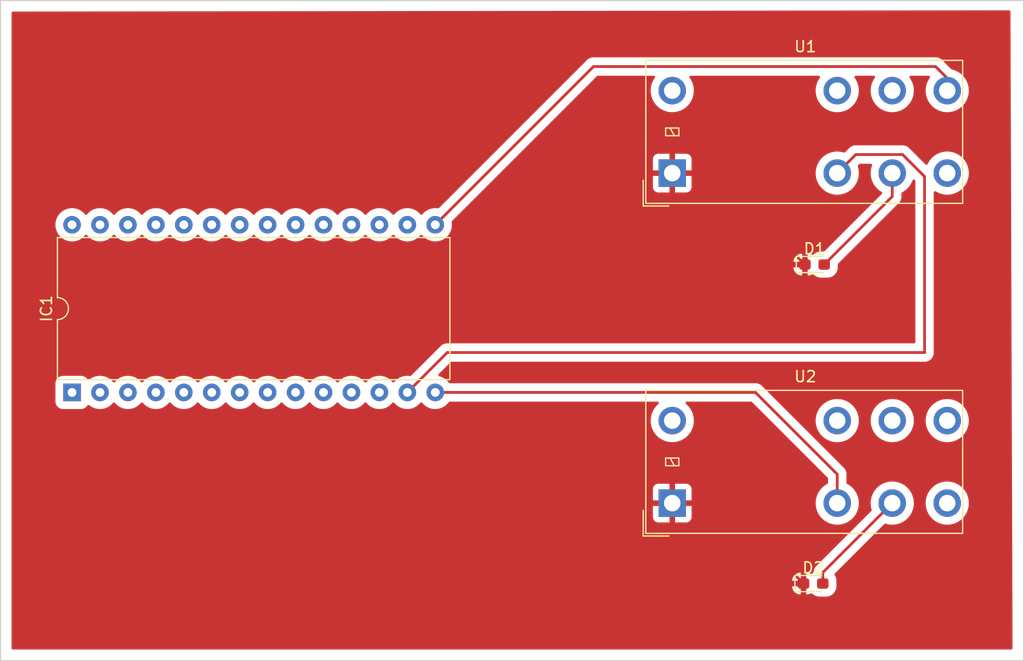
<source format=kicad_pcb>
(kicad_pcb (version 20211014) (generator pcbnew)
  (layers (0 "F.Cu" signal) (31 "B.Cu" signal) (34 "B.Paste" user) (35 "F.Paste" user) (36 "B.SilkS" user "B.Silkscreen") (37 "F.SilkS" user "F.Silkscreen") (38 "B.Mask" user) (39 "F.Mask" user) (44 "Edge.Cuts" user))
  (net 0 "")
  (net 13 "Net-(IC1-Pad13)")
  (net 14 "Net-(IC1-Pad14)")
  (net 15 "Net-(IC1-Pad15)")
  (net 29 "Net-(U1-Pad3)")
  (net 30 "Net-(U2-Pad1)")
  (net 31 "Net-(U2-Pad3)")
  (footprint "Relay_THT:Relay_DPDT_Panasonic_JW2" (layer "F.Cu") (at 166.0625 105.6875)
    (fp_text reference "U2" (at 12.1 -11.5 180) (layer "F.SilkS"))
    (fp_text value "JS1A-12V-F")
    (fp_line (start 26.4 -10.25) (end -2.4 -10.25) (layer "F.SilkS") (width 0.12))
    (fp_line (start -2.64 2.99) (end -2.64 0.65) (layer "F.SilkS") (width 0.12))
    (fp_line (start -0.3 2.99) (end -2.64 2.99) (layer "F.SilkS") (width 0.12))
    (fp_line (start 0.6 -3.4) (end 0.6 -4.1) (layer "F.SilkS") (width 0.12))
    (fp_line (start -0.6 -3.4) (end 0.6 -3.4) (layer "F.SilkS") (width 0.12))
    (fp_line (start -0.6 -4.1) (end -0.6 -3.4) (layer "F.SilkS") (width 0.12))
    (fp_line (start -2.4 2.75) (end 26.4 2.75) (layer "F.SilkS") (width 0.12))
    (fp_line (start -2.4 -10.25) (end -2.4 2.75) (layer "F.SilkS") (width 0.12))
    (fp_line (start 0.6 -4.1) (end -0.6 -4.1) (layer "F.SilkS") (width 0.12))
    (fp_line (start 0.2 -3.4) (end -0.2 -4.1) (layer "F.SilkS") (width 0.12))
    (fp_line (start 26.4 2.75) (end 26.4 -10.25) (layer "F.SilkS") (width 0.12))
    (pad "1" thru_hole rect (at 0 0 90) (size 2.5 2.5) (drill 1.5) (layers *.Cu *.Mask) (net 30 "Net-(U2-Pad1)"))
    (pad "2" thru_hole oval (at 15 0 90) (size 2.5 2.5) (drill 1.5) (layers *.Cu *.Mask) (net 14 "Net-(IC1-Pad14)"))
    (pad "3" thru_hole oval (at 20 0 90) (size 2.5 2.5) (drill 1.5) (layers *.Cu *.Mask) (net 31 "Net-(U2-Pad3)"))
    (pad "4" thru_hole oval (at 25 0 90) (size 2.5 2.5) (drill 1.5) (layers *.Cu *.Mask))
    (pad "5" thru_hole oval (at 25 -7.5 90) (size 2.5 2.5) (drill 1.5) (layers *.Cu *.Mask))
    (pad "6" thru_hole oval (at 20 -7.5 90) (size 2.5 2.5) (drill 1.5) (layers *.Cu *.Mask))
    (pad "7" thru_hole oval (at 15 -7.5 90) (size 2.5 2.5) (drill 1.5) (layers *.Cu *.Mask))
    (pad "8" thru_hole oval (at 0 -7.5 90) (size 2.5 2.5) (drill 1.5) (layers *.Cu *.Mask))
  )
  (footprint "LED_SMD:LED_0603_1608Metric_Pad1.05x0.95mm_HandSolder" (layer "F.Cu") (at 178.875 113)
    (fp_text reference "D2" (at 0 -1.43) (layer "F.SilkS"))
    (fp_text value "LED")
    (fp_line (start -1.66 0.735) (end 0.8 0.735) (layer "F.SilkS") (width 0.12))
    (fp_line (start -1.66 -0.735) (end -1.66 0.735) (layer "F.SilkS") (width 0.12))
    (fp_line (start 0.8 -0.735) (end -1.66 -0.735) (layer "F.SilkS") (width 0.12))
    (pad "1" smd roundrect (at -0.875 0) (size 1.05 0.95) (layers "F.Cu" "F.Paste" "F.Mask") (net 30 "Net-(U2-Pad1)"))
    (pad "2" smd roundrect (at 0.875 0) (size 1.05 0.95) (layers "F.Cu" "F.Paste" "F.Mask") (net 31 "Net-(U2-Pad3)"))
  )
  (footprint "LED_SMD:LED_0603_1608Metric_Pad1.05x0.95mm_HandSolder" (layer "F.Cu") (at 179 84)
    (fp_text reference "D1" (at 0 -1.43) (layer "F.SilkS"))
    (fp_text value "LED")
    (fp_line (start -1.66 -0.735) (end -1.66 0.735) (layer "F.SilkS") (width 0.12))
    (fp_line (start -1.66 0.735) (end 0.8 0.735) (layer "F.SilkS") (width 0.12))
    (fp_line (start 0.8 -0.735) (end -1.66 -0.735) (layer "F.SilkS") (width 0.12))
    (pad "1" smd roundrect (at -0.875 0) (size 1.05 0.95) (layers "F.Cu" "F.Paste" "F.Mask") (net 30 "Net-(U2-Pad1)"))
    (pad "2" smd roundrect (at 0.875 0) (size 1.05 0.95) (layers "F.Cu" "F.Paste" "F.Mask") (net 29 "Net-(U1-Pad3)"))
  )
  (footprint "Relay_THT:Relay_DPDT_Panasonic_JW2" (layer "F.Cu") (at 166.0625 75.6875)
    (fp_text reference "U1" (at 12.1 -11.5 180) (layer "F.SilkS"))
    (fp_text value "JS1A-12V-F")
    (fp_line (start 26.4 -10.25) (end -2.4 -10.25) (layer "F.SilkS") (width 0.12))
    (fp_line (start -2.64 2.99) (end -2.64 0.65) (layer "F.SilkS") (width 0.12))
    (fp_line (start 0.6 -3.4) (end 0.6 -4.1) (layer "F.SilkS") (width 0.12))
    (fp_line (start -0.6 -3.4) (end 0.6 -3.4) (layer "F.SilkS") (width 0.12))
    (fp_line (start 0.6 -4.1) (end -0.6 -4.1) (layer "F.SilkS") (width 0.12))
    (fp_line (start 0.2 -3.4) (end -0.2 -4.1) (layer "F.SilkS") (width 0.12))
    (fp_line (start 26.4 2.75) (end 26.4 -10.25) (layer "F.SilkS") (width 0.12))
    (fp_line (start -0.3 2.99) (end -2.64 2.99) (layer "F.SilkS") (width 0.12))
    (fp_line (start -0.6 -4.1) (end -0.6 -3.4) (layer "F.SilkS") (width 0.12))
    (fp_line (start -2.4 2.75) (end 26.4 2.75) (layer "F.SilkS") (width 0.12))
    (fp_line (start -2.4 -10.25) (end -2.4 2.75) (layer "F.SilkS") (width 0.12))
    (pad "1" thru_hole rect (at 0 0 90) (size 2.5 2.5) (drill 1.5) (layers *.Cu *.Mask) (net 30 "Net-(U2-Pad1)"))
    (pad "2" thru_hole oval (at 15 0 90) (size 2.5 2.5) (drill 1.5) (layers *.Cu *.Mask) (net 13 "Net-(IC1-Pad13)"))
    (pad "3" thru_hole oval (at 20 0 90) (size 2.5 2.5) (drill 1.5) (layers *.Cu *.Mask) (net 29 "Net-(U1-Pad3)"))
    (pad "4" thru_hole oval (at 25 0 90) (size 2.5 2.5) (drill 1.5) (layers *.Cu *.Mask))
    (pad "5" thru_hole oval (at 25 -7.5 90) (size 2.5 2.5) (drill 1.5) (layers *.Cu *.Mask) (net 15 "Net-(IC1-Pad15)"))
    (pad "6" thru_hole oval (at 20 -7.5 90) (size 2.5 2.5) (drill 1.5) (layers *.Cu *.Mask))
    (pad "7" thru_hole oval (at 15 -7.5 90) (size 2.5 2.5) (drill 1.5) (layers *.Cu *.Mask))
    (pad "8" thru_hole oval (at 0 -7.5 90) (size 2.5 2.5) (drill 1.5) (layers *.Cu *.Mask))
  )
  (footprint "Package_DIP:DIP-28_W15.24mm" (layer "F.Cu") (at 111.5 95.625 90)
    (fp_text reference "IC1" (at 7.62 -2.33 90) (layer "F.SilkS"))
    (fp_text value "PIC18F27Q43-I_SP")
    (fp_line (start 1.16 -1.33) (end 1.16 34.35) (layer "F.SilkS") (width 0.12))
    (fp_line (start 14.08 34.35) (end 14.08 -1.33) (layer "F.SilkS") (width 0.12))
    (fp_line (start 1.16 34.35) (end 14.08 34.35) (layer "F.SilkS") (width 0.12))
    (fp_line (start 14.08 -1.33) (end 8.62 -1.33) (layer "F.SilkS") (width 0.12))
    (fp_line (start 6.62 -1.33) (end 1.16 -1.33) (layer "F.SilkS") (width 0.12))
    (fp_arc (start 8.62 -1.33) (mid 7.62 -0.33) (end 6.62 -1.33) (layer "F.SilkS") (width 0.12))
    (pad "1" thru_hole rect (at 0 0 90) (size 1.6 1.6) (drill 0.8) (layers *.Cu *.Mask))
    (pad "2" thru_hole oval (at 0 2.54 90) (size 1.6 1.6) (drill 0.8) (layers *.Cu *.Mask))
    (pad "3" thru_hole oval (at 0 5.08 90) (size 1.6 1.6) (drill 0.8) (layers *.Cu *.Mask))
    (pad "4" thru_hole oval (at 0 7.62 90) (size 1.6 1.6) (drill 0.8) (layers *.Cu *.Mask))
    (pad "5" thru_hole oval (at 0 10.16 90) (size 1.6 1.6) (drill 0.8) (layers *.Cu *.Mask))
    (pad "6" thru_hole oval (at 0 12.7 90) (size 1.6 1.6) (drill 0.8) (layers *.Cu *.Mask))
    (pad "7" thru_hole oval (at 0 15.24 90) (size 1.6 1.6) (drill 0.8) (layers *.Cu *.Mask))
    (pad "8" thru_hole oval (at 0 17.78 90) (size 1.6 1.6) (drill 0.8) (layers *.Cu *.Mask))
    (pad "9" thru_hole oval (at 0 20.32 90) (size 1.6 1.6) (drill 0.8) (layers *.Cu *.Mask))
    (pad "10" thru_hole oval (at 0 22.86 90) (size 1.6 1.6) (drill 0.8) (layers *.Cu *.Mask))
    (pad "11" thru_hole oval (at 0 25.4 90) (size 1.6 1.6) (drill 0.8) (layers *.Cu *.Mask))
    (pad "12" thru_hole oval (at 0 27.94 90) (size 1.6 1.6) (drill 0.8) (layers *.Cu *.Mask))
    (pad "13" thru_hole oval (at 0 30.48 90) (size 1.6 1.6) (drill 0.8) (layers *.Cu *.Mask) (net 13 "Net-(IC1-Pad13)"))
    (pad "14" thru_hole oval (at 0 33.02 90) (size 1.6 1.6) (drill 0.8) (layers *.Cu *.Mask) (net 14 "Net-(IC1-Pad14)"))
    (pad "15" thru_hole oval (at 15.24 33.02 90) (size 1.6 1.6) (drill 0.8) (layers *.Cu *.Mask) (net 15 "Net-(IC1-Pad15)"))
    (pad "16" thru_hole oval (at 15.24 30.48 90) (size 1.6 1.6) (drill 0.8) (layers *.Cu *.Mask))
    (pad "17" thru_hole oval (at 15.24 27.94 90) (size 1.6 1.6) (drill 0.8) (layers *.Cu *.Mask))
    (pad "18" thru_hole oval (at 15.24 25.4 90) (size 1.6 1.6) (drill 0.8) (layers *.Cu *.Mask))
    (pad "19" thru_hole oval (at 15.24 22.86 90) (size 1.6 1.6) (drill 0.8) (layers *.Cu *.Mask))
    (pad "20" thru_hole oval (at 15.24 20.32 90) (size 1.6 1.6) (drill 0.8) (layers *.Cu *.Mask))
    (pad "21" thru_hole oval (at 15.24 17.78 90) (size 1.6 1.6) (drill 0.8) (layers *.Cu *.Mask))
    (pad "22" thru_hole oval (at 15.24 15.24 90) (size 1.6 1.6) (drill 0.8) (layers *.Cu *.Mask))
    (pad "23" thru_hole oval (at 15.24 12.7 90) (size 1.6 1.6) (drill 0.8) (layers *.Cu *.Mask))
    (pad "24" thru_hole oval (at 15.24 10.16 90) (size 1.6 1.6) (drill 0.8) (layers *.Cu *.Mask))
    (pad "25" thru_hole oval (at 15.24 7.62 90) (size 1.6 1.6) (drill 0.8) (layers *.Cu *.Mask))
    (pad "26" thru_hole oval (at 15.24 5.08 90) (size 1.6 1.6) (drill 0.8) (layers *.Cu *.Mask))
    (pad "27" thru_hole oval (at 15.24 2.54 90) (size 1.6 1.6) (drill 0.8) (layers *.Cu *.Mask))
    (pad "28" thru_hole oval (at 15.24 0 90) (size 1.6 1.6) (drill 0.8) (layers *.Cu *.Mask))
  )
  (gr_rect (start 105 60) (end 198 120) (layer "Edge.Cuts") (width 0.1) (fill none))
  (segment (start 182.75 74) (end 187 74) (width 0.25) (layer "F.Cu") (net 13))
  (segment (start 187 74) (end 189 76) (width 0.25) (layer "F.Cu") (net 13))
  (segment (start 189 76) (end 189 92) (width 0.25) (layer "F.Cu") (net 13))
  (segment (start 181.0625 75.6875) (end 182.75 74) (width 0.25) (layer "F.Cu") (net 13))
  (segment (start 189 92) (end 145.605 92) (width 0.25) (layer "F.Cu") (net 13))
  (segment (start 145.605 92) (end 141.98 95.625) (width 0.25) (layer "F.Cu") (net 13))
  (segment (start 181.0625 105.6875) (end 181.0625 103.0625) (width 0.25) (layer "F.Cu") (net 14))
  (segment (start 173.625 95.625) (end 144.52 95.625) (width 0.25) (layer "F.Cu") (net 14))
  (segment (start 181.0625 103.0625) (end 173.625 95.625) (width 0.25) (layer "F.Cu") (net 14))
  (segment (start 191.0625 68.1875) (end 191.0625 67.0625) (width 0.25) (layer "F.Cu") (net 15))
  (segment (start 158.905 66) (end 144.52 80.385) (width 0.25) (layer "F.Cu") (net 15))
  (segment (start 190 66) (end 158.905 66) (width 0.25) (layer "F.Cu") (net 15))
  (segment (start 191.0625 67.0625) (end 190 66) (width 0.25) (layer "F.Cu") (net 15))
  (segment (start 186.0625 77.8125) (end 179.875 84) (width 0.25) (layer "F.Cu") (net 29))
  (segment (start 186.0625 75.6875) (end 186.0625 77.8125) (width 0.25) (layer "F.Cu") (net 29))
  (segment (start 169.8125 75.6875) (end 178.125 84) (width 0.25) (layer "F.Cu") (net 30))
  (segment (start 166.0625 75.6875) (end 169.8125 75.6875) (width 0.25) (layer "F.Cu") (net 30))
  (segment (start 178 113) (end 170.6875 105.6875) (width 0.25) (layer "F.Cu") (net 30))
  (segment (start 170.6875 105.6875) (end 166.0625 105.6875) (width 0.25) (layer "F.Cu") (net 30))
  (segment (start 186.0625 105.6875) (end 179.75 112) (width 0.25) (layer "F.Cu") (net 31))
  (segment (start 179.75 112) (end 179.75 113) (width 0.25) (layer "F.Cu") (net 31))
  (zone (net 30) (net_name "Net-(U2-Pad1)") (layer "F.Cu") (name "GND PLANE") (connect_pads (clearance 0.708)) (min_thickness 0.254) (fill yes (thermal_gap 0.508) (thermal_bridge_width 0.508))
    (polygon (pts (xy 197 119) (xy 106 119) (xy 106 61) (xy 196.810419 60.885598)))
  )
)
</source>
